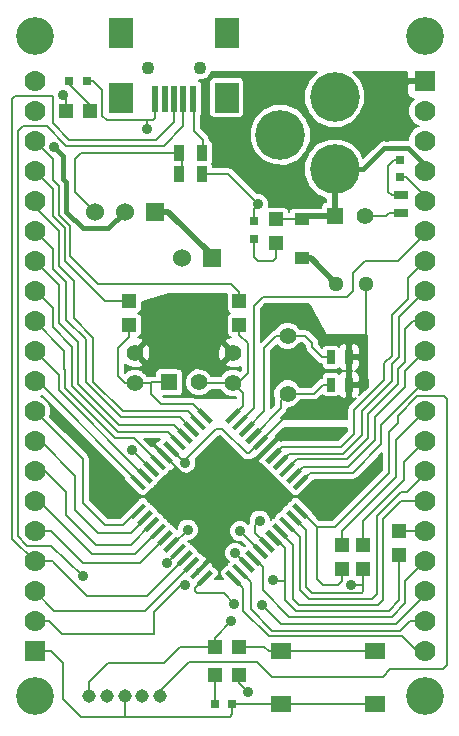
<source format=gtl>
G04 (created by PCBNEW (2013-07-07 BZR 4022)-stable) date 12/3/2013 2:23:43 AM*
%MOIN*%
G04 Gerber Fmt 3.4, Leading zero omitted, Abs format*
%FSLAX34Y34*%
G01*
G70*
G90*
G04 APERTURE LIST*
%ADD10C,0.00590551*%
%ADD11R,0.0787X0.0984*%
%ADD12C,0.0433*%
%ADD13R,0.0197X0.0906*%
%ADD14R,0.045X0.045*%
%ADD15R,0.06X0.06*%
%ADD16C,0.06*%
%ADD17R,0.07X0.07*%
%ADD18C,0.07*%
%ADD19R,0.055X0.055*%
%ADD20C,0.055*%
%ADD21C,0.1654*%
%ADD22R,0.0314X0.0314*%
%ADD23C,0.0512*%
%ADD24R,0.0669X0.0551*%
%ADD25C,0.045*%
%ADD26C,0.126*%
%ADD27R,0.05X0.04*%
%ADD28R,0.035X0.055*%
%ADD29R,0.025X0.045*%
%ADD30C,0.056*%
%ADD31R,0.045X0.025*%
%ADD32C,0.035*%
%ADD33C,0.008*%
%ADD34C,0.02*%
%ADD35C,0.015*%
G04 APERTURE END LIST*
G54D10*
G54D11*
X13894Y-10386D03*
X17398Y-10386D03*
X17398Y-12551D03*
X13894Y-12551D03*
G54D12*
X16512Y-11567D03*
X14780Y-11567D03*
G54D13*
X16276Y-12591D03*
X15961Y-12591D03*
X15646Y-12591D03*
X15331Y-12591D03*
X15016Y-12591D03*
G54D10*
G36*
X15714Y-24527D02*
X15290Y-24103D01*
X15403Y-23990D01*
X15827Y-24414D01*
X15714Y-24527D01*
X15714Y-24527D01*
G37*
G36*
X15491Y-24750D02*
X15067Y-24326D01*
X15180Y-24213D01*
X15604Y-24637D01*
X15491Y-24750D01*
X15491Y-24750D01*
G37*
G36*
X15269Y-24973D02*
X14844Y-24548D01*
X14957Y-24435D01*
X15382Y-24860D01*
X15269Y-24973D01*
X15269Y-24973D01*
G37*
G36*
X15046Y-25195D02*
X14622Y-24771D01*
X14735Y-24658D01*
X15159Y-25082D01*
X15046Y-25195D01*
X15046Y-25195D01*
G37*
G36*
X14823Y-25418D02*
X14399Y-24994D01*
X14512Y-24881D01*
X14936Y-25305D01*
X14823Y-25418D01*
X14823Y-25418D01*
G37*
G36*
X14600Y-25641D02*
X14176Y-25217D01*
X14289Y-25104D01*
X14714Y-25528D01*
X14600Y-25641D01*
X14600Y-25641D01*
G37*
G36*
X15937Y-24304D02*
X15513Y-23880D01*
X15626Y-23767D01*
X16050Y-24191D01*
X15937Y-24304D01*
X15937Y-24304D01*
G37*
G36*
X16160Y-24082D02*
X15735Y-23657D01*
X15848Y-23544D01*
X16273Y-23969D01*
X16160Y-24082D01*
X16160Y-24082D01*
G37*
G36*
X16382Y-23859D02*
X15958Y-23435D01*
X16071Y-23322D01*
X16495Y-23746D01*
X16382Y-23859D01*
X16382Y-23859D01*
G37*
G36*
X16605Y-23636D02*
X16181Y-23212D01*
X16294Y-23099D01*
X16718Y-23523D01*
X16605Y-23636D01*
X16605Y-23636D01*
G37*
G36*
X16828Y-23414D02*
X16404Y-22989D01*
X16517Y-22876D01*
X16941Y-23300D01*
X16828Y-23414D01*
X16828Y-23414D01*
G37*
G36*
X18896Y-27709D02*
X18472Y-27285D01*
X18585Y-27172D01*
X19009Y-27596D01*
X18896Y-27709D01*
X18896Y-27709D01*
G37*
G36*
X18673Y-27932D02*
X18249Y-27508D01*
X18362Y-27395D01*
X18786Y-27819D01*
X18673Y-27932D01*
X18673Y-27932D01*
G37*
G36*
X18451Y-28155D02*
X18026Y-27730D01*
X18139Y-27617D01*
X18564Y-28042D01*
X18451Y-28155D01*
X18451Y-28155D01*
G37*
G36*
X18228Y-28377D02*
X17804Y-27953D01*
X17917Y-27840D01*
X18341Y-28264D01*
X18228Y-28377D01*
X18228Y-28377D01*
G37*
G36*
X18005Y-28600D02*
X17581Y-28176D01*
X17694Y-28063D01*
X18118Y-28487D01*
X18005Y-28600D01*
X18005Y-28600D01*
G37*
G36*
X17782Y-28823D02*
X17358Y-28399D01*
X17471Y-28285D01*
X17895Y-28710D01*
X17782Y-28823D01*
X17782Y-28823D01*
G37*
G36*
X19119Y-27486D02*
X18695Y-27062D01*
X18808Y-26949D01*
X19232Y-27373D01*
X19119Y-27486D01*
X19119Y-27486D01*
G37*
G36*
X19342Y-27264D02*
X18917Y-26839D01*
X19030Y-26726D01*
X19455Y-27151D01*
X19342Y-27264D01*
X19342Y-27264D01*
G37*
G36*
X19564Y-27041D02*
X19140Y-26617D01*
X19253Y-26504D01*
X19677Y-26928D01*
X19564Y-27041D01*
X19564Y-27041D01*
G37*
G36*
X19787Y-26818D02*
X19363Y-26394D01*
X19476Y-26281D01*
X19900Y-26705D01*
X19787Y-26818D01*
X19787Y-26818D01*
G37*
G36*
X20010Y-26595D02*
X19585Y-26171D01*
X19699Y-26058D01*
X20123Y-26482D01*
X20010Y-26595D01*
X20010Y-26595D01*
G37*
G36*
X15403Y-27709D02*
X15290Y-27596D01*
X15714Y-27172D01*
X15827Y-27285D01*
X15403Y-27709D01*
X15403Y-27709D01*
G37*
G36*
X18585Y-24527D02*
X18472Y-24414D01*
X18896Y-23990D01*
X19009Y-24103D01*
X18585Y-24527D01*
X18585Y-24527D01*
G37*
G36*
X15626Y-27932D02*
X15513Y-27819D01*
X15937Y-27395D01*
X16050Y-27508D01*
X15626Y-27932D01*
X15626Y-27932D01*
G37*
G36*
X18808Y-24750D02*
X18695Y-24637D01*
X19119Y-24213D01*
X19232Y-24326D01*
X18808Y-24750D01*
X18808Y-24750D01*
G37*
G36*
X19030Y-24973D02*
X18917Y-24860D01*
X19342Y-24435D01*
X19455Y-24548D01*
X19030Y-24973D01*
X19030Y-24973D01*
G37*
G36*
X15848Y-28155D02*
X15735Y-28042D01*
X16160Y-27617D01*
X16273Y-27730D01*
X15848Y-28155D01*
X15848Y-28155D01*
G37*
G36*
X16071Y-28377D02*
X15958Y-28264D01*
X16382Y-27840D01*
X16495Y-27953D01*
X16071Y-28377D01*
X16071Y-28377D01*
G37*
G36*
X19253Y-25195D02*
X19140Y-25082D01*
X19564Y-24658D01*
X19677Y-24771D01*
X19253Y-25195D01*
X19253Y-25195D01*
G37*
G36*
X19476Y-25418D02*
X19363Y-25305D01*
X19787Y-24881D01*
X19900Y-24994D01*
X19476Y-25418D01*
X19476Y-25418D01*
G37*
G36*
X16294Y-28600D02*
X16181Y-28487D01*
X16605Y-28063D01*
X16718Y-28176D01*
X16294Y-28600D01*
X16294Y-28600D01*
G37*
G36*
X16517Y-28823D02*
X16404Y-28710D01*
X16828Y-28285D01*
X16941Y-28399D01*
X16517Y-28823D01*
X16517Y-28823D01*
G37*
G36*
X19699Y-25641D02*
X19585Y-25528D01*
X20010Y-25104D01*
X20123Y-25217D01*
X19699Y-25641D01*
X19699Y-25641D01*
G37*
G36*
X18362Y-24304D02*
X18249Y-24191D01*
X18673Y-23767D01*
X18786Y-23880D01*
X18362Y-24304D01*
X18362Y-24304D01*
G37*
G36*
X15180Y-27486D02*
X15067Y-27373D01*
X15491Y-26949D01*
X15604Y-27062D01*
X15180Y-27486D01*
X15180Y-27486D01*
G37*
G36*
X14957Y-27264D02*
X14844Y-27151D01*
X15269Y-26726D01*
X15382Y-26839D01*
X14957Y-27264D01*
X14957Y-27264D01*
G37*
G36*
X18139Y-24082D02*
X18026Y-23969D01*
X18451Y-23544D01*
X18564Y-23657D01*
X18139Y-24082D01*
X18139Y-24082D01*
G37*
G36*
X17917Y-23859D02*
X17804Y-23746D01*
X18228Y-23322D01*
X18341Y-23435D01*
X17917Y-23859D01*
X17917Y-23859D01*
G37*
G36*
X14735Y-27041D02*
X14622Y-26928D01*
X15046Y-26504D01*
X15159Y-26617D01*
X14735Y-27041D01*
X14735Y-27041D01*
G37*
G36*
X14512Y-26818D02*
X14399Y-26705D01*
X14823Y-26281D01*
X14936Y-26394D01*
X14512Y-26818D01*
X14512Y-26818D01*
G37*
G36*
X17694Y-23636D02*
X17581Y-23523D01*
X18005Y-23099D01*
X18118Y-23212D01*
X17694Y-23636D01*
X17694Y-23636D01*
G37*
G36*
X17471Y-23414D02*
X17358Y-23300D01*
X17782Y-22876D01*
X17895Y-22989D01*
X17471Y-23414D01*
X17471Y-23414D01*
G37*
G36*
X14289Y-26595D02*
X14176Y-26482D01*
X14600Y-26058D01*
X14714Y-26171D01*
X14289Y-26595D01*
X14289Y-26595D01*
G37*
G54D14*
X23150Y-27800D03*
X23150Y-27000D03*
X21950Y-28250D03*
X21950Y-27450D03*
X21250Y-28250D03*
X21250Y-27450D03*
X14150Y-20130D03*
X14150Y-19330D03*
X17820Y-20130D03*
X17820Y-19330D03*
X17800Y-31800D03*
X17000Y-31800D03*
X17000Y-30850D03*
X17800Y-30850D03*
X12050Y-13000D03*
X12850Y-13000D03*
G54D15*
X15000Y-16350D03*
G54D16*
X14000Y-16350D03*
X13000Y-16350D03*
G54D17*
X11000Y-31000D03*
G54D18*
X11000Y-30000D03*
X11000Y-29000D03*
X11000Y-28000D03*
X11000Y-27000D03*
X11000Y-26000D03*
X11000Y-25000D03*
X11000Y-24000D03*
X11000Y-23000D03*
X11000Y-22000D03*
X11000Y-21000D03*
X11000Y-20000D03*
X11000Y-19000D03*
X11000Y-18000D03*
X11000Y-17000D03*
X11000Y-16000D03*
X11000Y-15000D03*
X11000Y-14000D03*
X11000Y-13000D03*
X11000Y-12000D03*
G54D17*
X24000Y-12000D03*
G54D18*
X24000Y-13000D03*
X24000Y-14000D03*
X24000Y-15000D03*
X24000Y-16000D03*
X24000Y-17000D03*
X24000Y-18000D03*
X24000Y-19000D03*
X24000Y-20000D03*
X24000Y-21000D03*
X24000Y-22000D03*
X24000Y-23000D03*
X24000Y-24000D03*
X24000Y-25000D03*
X24000Y-26000D03*
X24000Y-27000D03*
X24000Y-28000D03*
X24000Y-29000D03*
X24000Y-30000D03*
X24000Y-31000D03*
G54D19*
X15480Y-22040D03*
G54D20*
X16480Y-22040D03*
G54D15*
X16900Y-17900D03*
G54D16*
X15900Y-17900D03*
G54D19*
X21000Y-16500D03*
G54D20*
X22000Y-16500D03*
G54D21*
X21000Y-14933D03*
X19189Y-13791D03*
X21000Y-12531D03*
G54D22*
X12155Y-12000D03*
X12745Y-12000D03*
X23190Y-15205D03*
X23190Y-14615D03*
G54D23*
X21058Y-18750D03*
X22042Y-18750D03*
G54D20*
X14340Y-22050D03*
X14340Y-21050D03*
X17620Y-22050D03*
X17620Y-21050D03*
G54D24*
X19200Y-31000D03*
X22330Y-31000D03*
X19200Y-32772D03*
X22330Y-32772D03*
G54D25*
X12819Y-32500D03*
X13409Y-32500D03*
X14000Y-32500D03*
X14591Y-32500D03*
X15181Y-32500D03*
G54D26*
X11000Y-32500D03*
X24000Y-32500D03*
X24000Y-10500D03*
X11000Y-10500D03*
G54D27*
X19900Y-16605D03*
X19900Y-17895D03*
G54D14*
X19050Y-16600D03*
X19050Y-17400D03*
G54D22*
X18300Y-16655D03*
X18300Y-17245D03*
G54D28*
X15825Y-15100D03*
X16575Y-15100D03*
X15825Y-14400D03*
X16575Y-14400D03*
G54D29*
X20880Y-22120D03*
X21480Y-22120D03*
X20880Y-21200D03*
X21480Y-21200D03*
G54D30*
X19430Y-20489D03*
X19430Y-22411D03*
G54D31*
X23200Y-16400D03*
X23200Y-15800D03*
G54D22*
X17005Y-32760D03*
X17595Y-32760D03*
G54D32*
X18100Y-32350D03*
X22750Y-13870D03*
X17150Y-27650D03*
X17850Y-25150D03*
X21550Y-28800D03*
X17550Y-30000D03*
X18930Y-28640D03*
X11950Y-12450D03*
X11650Y-14200D03*
X18580Y-29460D03*
X17630Y-29420D03*
X17680Y-27720D03*
X16000Y-28800D03*
X12600Y-28500D03*
X14230Y-24280D03*
X14750Y-13600D03*
X18450Y-16100D03*
X16100Y-26950D03*
X19670Y-21670D03*
X16020Y-24710D03*
X17850Y-27000D03*
X18500Y-26650D03*
X15400Y-28050D03*
G54D33*
X17800Y-32050D02*
X17800Y-31800D01*
X18100Y-32350D02*
X17800Y-32050D01*
X22750Y-12650D02*
X23400Y-12000D01*
X17150Y-27650D02*
X17141Y-27641D01*
X17850Y-25150D02*
X17250Y-25750D01*
X17200Y-25800D02*
X16654Y-25800D01*
X23400Y-12000D02*
X24000Y-12000D01*
X17250Y-27532D02*
X17141Y-27641D01*
X17850Y-25150D02*
X18741Y-24259D01*
X16654Y-25800D02*
X15336Y-24482D01*
X22750Y-13870D02*
X22750Y-12650D01*
X17250Y-25750D02*
X17200Y-25800D01*
X17141Y-27641D02*
X16450Y-28332D01*
X17250Y-25750D02*
X17250Y-27532D01*
G54D34*
X15450Y-16350D02*
X15000Y-16350D01*
X16900Y-17800D02*
X15450Y-16350D01*
X16900Y-17900D02*
X16900Y-17800D01*
G54D33*
X22850Y-31600D02*
X24600Y-31600D01*
X20600Y-28800D02*
X21100Y-28800D01*
X16150Y-31350D02*
X18400Y-31350D01*
X23104Y-23396D02*
X22800Y-23700D01*
X23104Y-23154D02*
X23100Y-23158D01*
X22800Y-23700D02*
X22800Y-25050D01*
X20400Y-26850D02*
X20400Y-28600D01*
X21100Y-28800D02*
X21250Y-28650D01*
X24650Y-22500D02*
X23758Y-22500D01*
X23104Y-23154D02*
X23104Y-23396D01*
X20400Y-28600D02*
X20600Y-28800D01*
X24750Y-31450D02*
X24750Y-22600D01*
X19855Y-26327D02*
X19877Y-26327D01*
X15181Y-32500D02*
X15181Y-32319D01*
X22800Y-25050D02*
X21000Y-26850D01*
X21250Y-28650D02*
X21250Y-28250D01*
X15181Y-32319D02*
X16150Y-31350D01*
X22600Y-31850D02*
X22850Y-31600D01*
X18400Y-31350D02*
X18400Y-31350D01*
X19877Y-26327D02*
X20400Y-26850D01*
X21000Y-26850D02*
X20400Y-26850D01*
X24750Y-22600D02*
X24650Y-22500D01*
X18400Y-31350D02*
X18900Y-31850D01*
X23758Y-22500D02*
X23104Y-23154D01*
X18900Y-31850D02*
X22600Y-31850D01*
X18400Y-31350D02*
X18400Y-31350D01*
X24600Y-31600D02*
X24750Y-31450D01*
X20050Y-28850D02*
X20250Y-29050D01*
X20050Y-26950D02*
X20050Y-28850D01*
X21950Y-29000D02*
X21950Y-28800D01*
X21900Y-29050D02*
X21950Y-29000D01*
X19632Y-26550D02*
X19650Y-26550D01*
X20250Y-29050D02*
X21900Y-29050D01*
X19650Y-26550D02*
X20050Y-26950D01*
X21950Y-28800D02*
X21950Y-28250D01*
X21950Y-28800D02*
X21550Y-28800D01*
X19018Y-27218D02*
X19350Y-27550D01*
X12819Y-32500D02*
X12819Y-32031D01*
X15850Y-30850D02*
X17000Y-30850D01*
X19350Y-27950D02*
X19350Y-28650D01*
X19700Y-29650D02*
X22800Y-29650D01*
X15300Y-31400D02*
X15850Y-30850D01*
X19350Y-28650D02*
X19100Y-28650D01*
X18964Y-27218D02*
X19018Y-27218D01*
X22800Y-29650D02*
X23150Y-29300D01*
X12819Y-32031D02*
X13450Y-31400D01*
X18940Y-28650D02*
X18930Y-28640D01*
X19350Y-27950D02*
X19350Y-27950D01*
X17000Y-30550D02*
X17550Y-30000D01*
X19350Y-28650D02*
X19350Y-29300D01*
X13450Y-31400D02*
X15300Y-31400D01*
X23150Y-29300D02*
X23150Y-27800D01*
X19350Y-29300D02*
X19700Y-29650D01*
X19350Y-27550D02*
X19350Y-27950D01*
X17000Y-30550D02*
X17000Y-30850D01*
X19100Y-28650D02*
X18940Y-28650D01*
X18296Y-23814D02*
X19210Y-22900D01*
X19210Y-22631D02*
X19430Y-22411D01*
X19210Y-22900D02*
X19210Y-22631D01*
X20880Y-22120D02*
X20600Y-22120D01*
X20309Y-22411D02*
X19430Y-22411D01*
X20600Y-22120D02*
X20309Y-22411D01*
X20250Y-20720D02*
X20019Y-20489D01*
X20250Y-20870D02*
X20250Y-20720D01*
X19061Y-20489D02*
X19430Y-20489D01*
X20880Y-21200D02*
X20580Y-21200D01*
X18073Y-23587D02*
X18660Y-23000D01*
X20580Y-21200D02*
X20250Y-20870D01*
X18660Y-23000D02*
X18660Y-20890D01*
X20019Y-20489D02*
X19430Y-20489D01*
X18073Y-23591D02*
X18073Y-23587D01*
X18660Y-20890D02*
X19061Y-20489D01*
G54D34*
X19900Y-17895D02*
X20203Y-17895D01*
X20203Y-17895D02*
X21058Y-18750D01*
G54D35*
X11950Y-14500D02*
X11950Y-15250D01*
G54D33*
X12050Y-13000D02*
X12050Y-12550D01*
G54D35*
X12600Y-16900D02*
X13450Y-16900D01*
X11650Y-14200D02*
X11950Y-14500D01*
X11950Y-15250D02*
X12050Y-15350D01*
X13450Y-16900D02*
X14000Y-16350D01*
G54D33*
X12050Y-12550D02*
X11950Y-12450D01*
G54D35*
X12050Y-16350D02*
X12600Y-16900D01*
X12050Y-15350D02*
X12050Y-16350D01*
G54D33*
X19600Y-29250D02*
X19818Y-29468D01*
X19186Y-26996D02*
X19186Y-27036D01*
X22432Y-29468D02*
X22600Y-29300D01*
X22600Y-26600D02*
X23200Y-26000D01*
X22600Y-29300D02*
X22600Y-26600D01*
X19600Y-27450D02*
X19600Y-29250D01*
X19186Y-27036D02*
X19600Y-27450D01*
X19818Y-29468D02*
X22432Y-29468D01*
X23200Y-26000D02*
X24000Y-26000D01*
X22250Y-29250D02*
X22400Y-29100D01*
X20150Y-29250D02*
X22250Y-29250D01*
X22400Y-29100D02*
X22400Y-26500D01*
X22400Y-26500D02*
X23200Y-25700D01*
X23400Y-25700D02*
X24000Y-25100D01*
X19850Y-28950D02*
X20150Y-29250D01*
X19409Y-26773D02*
X19423Y-26773D01*
X19850Y-27200D02*
X19850Y-28950D01*
X23200Y-25700D02*
X23400Y-25700D01*
X19423Y-26773D02*
X19850Y-27200D01*
X24000Y-25100D02*
X24000Y-25000D01*
X17950Y-29650D02*
X18800Y-30500D01*
X23750Y-31000D02*
X24000Y-31000D01*
X23250Y-30500D02*
X23750Y-31000D01*
X17627Y-28577D02*
X17950Y-28900D01*
X18800Y-30500D02*
X23250Y-30500D01*
X17950Y-28900D02*
X17950Y-29650D01*
X17627Y-28555D02*
X17627Y-28577D01*
X18918Y-30318D02*
X23182Y-30318D01*
X18200Y-28700D02*
X18200Y-29600D01*
X17850Y-28350D02*
X18200Y-28700D01*
X23500Y-30000D02*
X24000Y-30000D01*
X18200Y-29600D02*
X18918Y-30318D01*
X23182Y-30318D02*
X23500Y-30000D01*
X17850Y-28332D02*
X17850Y-28350D01*
X17850Y-23350D02*
X18300Y-22900D01*
X23100Y-18000D02*
X24000Y-17100D01*
X17850Y-23368D02*
X17850Y-23350D01*
X18300Y-19500D02*
X18600Y-19200D01*
X21600Y-18400D02*
X22000Y-18000D01*
X18600Y-19200D02*
X21400Y-19200D01*
X21400Y-19200D02*
X21600Y-19000D01*
X22000Y-18000D02*
X23100Y-18000D01*
X21600Y-19000D02*
X21600Y-18400D01*
X18300Y-22900D02*
X18300Y-19500D01*
X24000Y-17100D02*
X24000Y-17000D01*
X11800Y-17000D02*
X11000Y-16200D01*
X12950Y-22010D02*
X12950Y-20550D01*
X16450Y-23350D02*
X16100Y-23000D01*
X11800Y-18150D02*
X11800Y-17000D01*
X12300Y-18650D02*
X11800Y-18150D01*
X12300Y-19900D02*
X12300Y-18650D01*
X12950Y-20550D02*
X12300Y-19900D01*
X16100Y-23000D02*
X13940Y-23000D01*
X16450Y-23368D02*
X16450Y-23350D01*
X13940Y-23000D02*
X12950Y-22010D01*
X11000Y-16200D02*
X11000Y-16000D01*
X17640Y-29420D02*
X17630Y-29420D01*
X24000Y-29000D02*
X24000Y-29130D01*
X16400Y-29070D02*
X16620Y-29070D01*
X16620Y-29070D02*
X16620Y-29070D01*
X17640Y-29410D02*
X17640Y-29420D01*
X16330Y-29000D02*
X16400Y-29070D01*
X23050Y-30080D02*
X19200Y-30080D01*
X16620Y-29070D02*
X17300Y-29070D01*
X17300Y-29070D02*
X17640Y-29410D01*
X24000Y-29130D02*
X23050Y-30080D01*
X19200Y-30080D02*
X18580Y-29460D01*
X16330Y-29000D02*
X16330Y-28898D01*
X16673Y-28555D02*
X16330Y-28898D01*
X18069Y-28109D02*
X17680Y-27720D01*
X18069Y-28109D02*
X18073Y-28109D01*
X14980Y-30420D02*
X14980Y-29690D01*
X14980Y-30420D02*
X11900Y-30420D01*
X14990Y-30420D02*
X14980Y-30420D01*
X11900Y-30420D02*
X11480Y-30000D01*
X11480Y-30000D02*
X11000Y-30000D01*
X14980Y-29690D02*
X15870Y-28800D01*
X15870Y-28800D02*
X16000Y-28800D01*
X19490Y-29850D02*
X22900Y-29850D01*
X18600Y-28200D02*
X18600Y-28960D01*
X22900Y-29850D02*
X23350Y-29400D01*
X23350Y-29400D02*
X23350Y-28650D01*
X18600Y-28960D02*
X19490Y-29850D01*
X23350Y-28650D02*
X24000Y-28000D01*
X18296Y-27896D02*
X18600Y-28200D01*
X18296Y-27886D02*
X18296Y-27896D01*
X22550Y-23450D02*
X24000Y-22000D01*
X19877Y-25373D02*
X20150Y-25100D01*
X22550Y-24100D02*
X22550Y-23450D01*
X19855Y-25373D02*
X19877Y-25373D01*
X20200Y-25050D02*
X21600Y-25050D01*
X20200Y-25050D02*
X20150Y-25100D01*
X21600Y-25050D02*
X22550Y-24100D01*
X20150Y-25100D02*
X20200Y-25050D01*
X19650Y-25150D02*
X19950Y-24850D01*
X19950Y-24850D02*
X21450Y-24850D01*
X22350Y-23950D02*
X22350Y-23200D01*
X23350Y-21650D02*
X24000Y-21000D01*
X23350Y-22200D02*
X23350Y-21650D01*
X22350Y-23200D02*
X23350Y-22200D01*
X19632Y-25150D02*
X19650Y-25150D01*
X21450Y-24850D02*
X22350Y-23950D01*
X15114Y-24704D02*
X15104Y-24704D01*
X11990Y-20990D02*
X11000Y-20000D01*
X15114Y-24704D02*
X15104Y-24704D01*
X15104Y-24704D02*
X14300Y-23900D01*
X11990Y-21590D02*
X11990Y-20990D01*
X12000Y-22220D02*
X12000Y-21600D01*
X12000Y-21600D02*
X11990Y-21590D01*
X13680Y-23900D02*
X12000Y-22220D01*
X14300Y-23900D02*
X13680Y-23900D01*
X11800Y-21800D02*
X11000Y-21000D01*
X14650Y-25150D02*
X11800Y-22300D01*
X11800Y-22300D02*
X11800Y-21800D01*
X14668Y-25150D02*
X14650Y-25150D01*
X11100Y-22000D02*
X11000Y-22000D01*
X14445Y-25345D02*
X11100Y-22000D01*
X14445Y-25373D02*
X14445Y-25345D01*
X12600Y-24600D02*
X11000Y-23000D01*
X13350Y-26800D02*
X12600Y-26050D01*
X12600Y-26050D02*
X12600Y-24600D01*
X14423Y-26327D02*
X13950Y-26800D01*
X14445Y-26327D02*
X14423Y-26327D01*
X13950Y-26800D02*
X13350Y-26800D01*
X23350Y-20250D02*
X23600Y-20000D01*
X22100Y-23900D02*
X22100Y-23100D01*
X19423Y-24927D02*
X19750Y-24600D01*
X19423Y-24927D02*
X19409Y-24927D01*
X23100Y-22100D02*
X23100Y-21600D01*
X21400Y-24600D02*
X22100Y-23900D01*
X21400Y-24600D02*
X19750Y-24600D01*
X22100Y-23100D02*
X23100Y-22100D01*
X24000Y-20000D02*
X23600Y-20000D01*
X23350Y-21350D02*
X23350Y-20250D01*
X23100Y-21600D02*
X23350Y-21350D01*
X19482Y-24418D02*
X21282Y-24418D01*
X21900Y-23000D02*
X22918Y-21982D01*
X22918Y-21982D02*
X22918Y-21432D01*
X19196Y-24704D02*
X19482Y-24418D01*
X21900Y-23800D02*
X21900Y-23000D01*
X23150Y-21200D02*
X23150Y-19850D01*
X21282Y-24418D02*
X21900Y-23800D01*
X19186Y-24704D02*
X19196Y-24704D01*
X22918Y-21432D02*
X23150Y-21200D01*
X23150Y-19850D02*
X24000Y-19000D01*
X21650Y-22950D02*
X22650Y-21950D01*
X18964Y-24482D02*
X18968Y-24482D01*
X23450Y-18550D02*
X24000Y-18000D01*
X19250Y-24200D02*
X21200Y-24200D01*
X22650Y-21950D02*
X22650Y-21400D01*
X22900Y-21150D02*
X22900Y-19800D01*
X18968Y-24482D02*
X19250Y-24200D01*
X21200Y-24200D02*
X21650Y-23750D01*
X22650Y-21400D02*
X22900Y-21150D01*
X21650Y-23750D02*
X21650Y-22950D01*
X22900Y-19800D02*
X23450Y-19250D01*
X23450Y-19250D02*
X23450Y-18550D01*
X16227Y-23577D02*
X15850Y-23200D01*
X12700Y-22030D02*
X12700Y-20600D01*
X11600Y-18250D02*
X11600Y-17600D01*
X15850Y-23200D02*
X13870Y-23200D01*
X13870Y-23200D02*
X12700Y-22030D01*
X16227Y-23591D02*
X16227Y-23577D01*
X12050Y-18700D02*
X11600Y-18250D01*
X12050Y-19950D02*
X12050Y-18700D01*
X11600Y-17600D02*
X11000Y-17000D01*
X12700Y-20600D02*
X12050Y-19950D01*
X11800Y-20050D02*
X11800Y-18800D01*
X12450Y-20700D02*
X11800Y-20050D01*
X16004Y-23814D02*
X16004Y-23804D01*
X12450Y-22090D02*
X12450Y-20700D01*
X13810Y-23450D02*
X12450Y-22090D01*
X15650Y-23450D02*
X13810Y-23450D01*
X11800Y-18800D02*
X11000Y-18000D01*
X16004Y-23804D02*
X15650Y-23450D01*
X11600Y-19550D02*
X11300Y-19250D01*
X11000Y-19000D02*
X11050Y-19000D01*
X11050Y-19000D02*
X11300Y-19250D01*
X13790Y-23700D02*
X12250Y-22160D01*
X12250Y-20850D02*
X11600Y-20200D01*
X15450Y-23700D02*
X13790Y-23700D01*
X15782Y-24032D02*
X15450Y-23700D01*
X12250Y-22160D02*
X12250Y-20850D01*
X15782Y-24032D02*
X15782Y-24036D01*
X11600Y-20200D02*
X11600Y-19550D01*
X14200Y-27050D02*
X13100Y-27050D01*
X11200Y-24000D02*
X11000Y-24000D01*
X13100Y-27050D02*
X12350Y-26300D01*
X12350Y-26300D02*
X12350Y-25150D01*
X12350Y-25150D02*
X11200Y-24000D01*
X14668Y-26550D02*
X14668Y-26582D01*
X14668Y-26582D02*
X14200Y-27050D01*
X11350Y-25000D02*
X12050Y-25700D01*
X14214Y-27450D02*
X14891Y-26773D01*
X12050Y-26450D02*
X13050Y-27450D01*
X11000Y-25000D02*
X11350Y-25000D01*
X13050Y-27450D02*
X14214Y-27450D01*
X12050Y-25700D02*
X12050Y-26450D01*
X15104Y-26996D02*
X14350Y-27750D01*
X11150Y-26000D02*
X11000Y-26000D01*
X12900Y-27750D02*
X11150Y-26000D01*
X15114Y-26996D02*
X15104Y-26996D01*
X14350Y-27750D02*
X12900Y-27750D01*
X12600Y-28050D02*
X14504Y-28050D01*
X11550Y-27000D02*
X12600Y-28050D01*
X11000Y-27000D02*
X11550Y-27000D01*
X14504Y-28050D02*
X15336Y-27218D01*
G54D35*
X24000Y-14800D02*
X24000Y-15000D01*
X22650Y-14230D02*
X23430Y-14230D01*
X21947Y-14933D02*
X22650Y-14230D01*
X23430Y-14230D02*
X24000Y-14800D01*
X21000Y-14933D02*
X21947Y-14933D01*
G54D34*
X21000Y-14933D02*
X21000Y-16500D01*
G54D33*
X19055Y-16605D02*
X19050Y-16600D01*
G54D34*
X21000Y-16500D02*
X20005Y-16500D01*
G54D33*
X19900Y-16605D02*
X19055Y-16605D01*
G54D34*
X20005Y-16500D02*
X19900Y-16605D01*
G54D33*
X17770Y-22050D02*
X18100Y-21720D01*
X16490Y-22050D02*
X16480Y-22040D01*
X17620Y-22050D02*
X17770Y-22050D01*
X18100Y-20740D02*
X17820Y-20460D01*
X17620Y-22050D02*
X16490Y-22050D01*
X17627Y-23145D02*
X17635Y-23145D01*
X18100Y-21720D02*
X18100Y-20740D01*
X17635Y-23145D02*
X17950Y-22830D01*
X17950Y-22380D02*
X17620Y-22050D01*
X17950Y-22830D02*
X17950Y-22380D01*
X17820Y-20460D02*
X17820Y-20130D01*
X13780Y-21810D02*
X13780Y-20880D01*
X15210Y-22760D02*
X14890Y-22440D01*
X15480Y-22040D02*
X14890Y-22040D01*
X14880Y-22050D02*
X14340Y-22050D01*
X13780Y-20880D02*
X14150Y-20510D01*
X16665Y-23145D02*
X16280Y-22760D01*
X16673Y-23145D02*
X16665Y-23145D01*
X14890Y-22040D02*
X14880Y-22050D01*
X14890Y-22060D02*
X14880Y-22050D01*
X16280Y-22760D02*
X15210Y-22760D01*
X14340Y-22050D02*
X14020Y-22050D01*
X14890Y-22440D02*
X14890Y-22060D01*
X14150Y-20510D02*
X14150Y-20130D01*
X14020Y-22050D02*
X13780Y-21810D01*
X10250Y-12600D02*
X10250Y-27250D01*
X15650Y-28250D02*
X14750Y-29150D01*
X10350Y-12500D02*
X10250Y-12600D01*
X11650Y-28050D02*
X11600Y-28000D01*
X11000Y-28000D02*
X10250Y-27250D01*
X14750Y-29150D02*
X12750Y-29150D01*
X15050Y-13950D02*
X12150Y-13950D01*
X15650Y-28250D02*
X15650Y-28250D01*
X16004Y-27896D02*
X15650Y-28250D01*
X11600Y-13400D02*
X11600Y-12500D01*
X10700Y-12500D02*
X10350Y-12500D01*
X12150Y-13950D02*
X11600Y-13400D01*
X11600Y-12500D02*
X10700Y-12500D01*
X15475Y-13525D02*
X15050Y-13950D01*
X12750Y-29150D02*
X11650Y-28050D01*
X15646Y-13354D02*
X15475Y-13525D01*
X15646Y-13354D02*
X15646Y-12591D01*
X16004Y-27886D02*
X16004Y-27896D01*
X11650Y-28050D02*
X11650Y-28050D01*
X11600Y-28000D02*
X11000Y-28000D01*
X11550Y-27500D02*
X12600Y-28500D01*
X15300Y-14150D02*
X12050Y-14150D01*
X10432Y-13668D02*
X10432Y-27174D01*
X16227Y-28123D02*
X15950Y-28400D01*
X11650Y-29650D02*
X11000Y-29000D01*
X16227Y-28109D02*
X16227Y-28123D01*
X15961Y-12591D02*
X15961Y-13489D01*
X10600Y-13500D02*
X10432Y-13668D01*
X10758Y-27500D02*
X11550Y-27500D01*
X15961Y-13489D02*
X15300Y-14150D01*
X14680Y-29660D02*
X11660Y-29660D01*
X15950Y-28390D02*
X14680Y-29660D01*
X11400Y-13500D02*
X10600Y-13500D01*
X15950Y-28400D02*
X15950Y-28390D01*
X12050Y-14150D02*
X11400Y-13500D01*
X11660Y-29660D02*
X11650Y-29650D01*
X10432Y-27174D02*
X10758Y-27500D01*
X15900Y-14400D02*
X15600Y-14400D01*
X12350Y-15700D02*
X13000Y-16350D01*
X14891Y-24927D02*
X14877Y-24927D01*
X12550Y-14400D02*
X12350Y-14600D01*
X15900Y-15100D02*
X15900Y-14400D01*
X14877Y-24927D02*
X14230Y-24280D01*
X15600Y-14400D02*
X15150Y-14400D01*
X12350Y-14600D02*
X12350Y-15700D01*
X15150Y-14400D02*
X12550Y-14400D01*
X22300Y-16500D02*
X22700Y-16500D01*
X22000Y-16500D02*
X22300Y-16500D01*
X22800Y-16400D02*
X23200Y-16400D01*
X22700Y-16500D02*
X22800Y-16400D01*
X16060Y-24580D02*
X15880Y-24580D01*
X18157Y-24397D02*
X18077Y-24397D01*
X18077Y-24397D02*
X17260Y-23580D01*
X18157Y-24397D02*
X18518Y-24036D01*
X22042Y-18750D02*
X22042Y-21058D01*
X17607Y-32772D02*
X17595Y-32760D01*
X17260Y-23580D02*
X17060Y-23580D01*
X17060Y-23580D02*
X16060Y-24580D01*
X18300Y-16250D02*
X18450Y-16100D01*
X15880Y-24580D02*
X15559Y-24259D01*
X17500Y-33200D02*
X17595Y-33105D01*
X17500Y-33200D02*
X14300Y-33200D01*
X19200Y-32772D02*
X17607Y-32772D01*
X14000Y-32500D02*
X14000Y-32950D01*
X11950Y-32250D02*
X11950Y-32250D01*
X14750Y-13300D02*
X14750Y-13600D01*
X18518Y-24036D02*
X18518Y-24032D01*
X22042Y-21058D02*
X21900Y-21200D01*
X19680Y-21660D02*
X19670Y-21670D01*
X11950Y-31400D02*
X11550Y-31000D01*
X21000Y-23100D02*
X21480Y-22620D01*
X14950Y-13300D02*
X15016Y-13234D01*
X15609Y-27441D02*
X15559Y-27441D01*
X13400Y-13300D02*
X14750Y-13300D01*
X14000Y-32950D02*
X14000Y-33150D01*
X21480Y-21660D02*
X21480Y-21200D01*
X19450Y-23100D02*
X21000Y-23100D01*
X18514Y-27664D02*
X18518Y-27664D01*
X12745Y-12000D02*
X12950Y-12000D01*
X17595Y-32760D02*
X17595Y-33105D01*
X13250Y-13150D02*
X13400Y-13300D01*
X17850Y-27000D02*
X18514Y-27664D01*
X14750Y-13300D02*
X14950Y-13300D01*
X18518Y-24032D02*
X19450Y-23100D01*
X16500Y-15100D02*
X17450Y-15100D01*
X13250Y-12300D02*
X13250Y-13150D01*
X15016Y-13234D02*
X15016Y-12591D01*
X15880Y-24580D02*
X15890Y-24580D01*
X15890Y-24580D02*
X16020Y-24710D01*
X11950Y-32250D02*
X11950Y-31400D01*
X21480Y-21660D02*
X19680Y-21660D01*
X21480Y-22120D02*
X21480Y-21660D01*
X12950Y-12000D02*
X13250Y-12300D01*
X21480Y-22620D02*
X21480Y-22120D01*
X14300Y-33200D02*
X14150Y-33200D01*
X14050Y-33200D02*
X13750Y-33200D01*
X14150Y-33200D02*
X14200Y-33200D01*
X14000Y-33150D02*
X14050Y-33200D01*
X17450Y-15100D02*
X18450Y-16100D01*
X14050Y-33200D02*
X14150Y-33200D01*
X16100Y-26950D02*
X15609Y-27441D01*
X19200Y-32772D02*
X22330Y-32772D01*
X12550Y-33200D02*
X11950Y-32600D01*
X13750Y-33200D02*
X12550Y-33200D01*
X11950Y-32600D02*
X11950Y-32250D01*
X11550Y-31000D02*
X11000Y-31000D01*
X21900Y-21200D02*
X21480Y-21200D01*
X18300Y-16655D02*
X18300Y-16250D01*
X14250Y-33200D02*
X14300Y-33200D01*
X23190Y-15205D02*
X23395Y-15205D01*
X24000Y-15810D02*
X24000Y-16000D01*
X23395Y-15205D02*
X24000Y-15810D01*
X24000Y-27000D02*
X23150Y-27000D01*
X12750Y-18400D02*
X12182Y-17832D01*
X11800Y-15500D02*
X11600Y-15300D01*
X11600Y-15300D02*
X11600Y-14600D01*
X17820Y-19330D02*
X17820Y-19040D01*
X17820Y-19040D02*
X17550Y-18770D01*
X11600Y-14600D02*
X11000Y-14000D01*
X11800Y-16442D02*
X11800Y-15500D01*
X12182Y-16824D02*
X11800Y-16442D01*
X13120Y-18770D02*
X12750Y-18400D01*
X12182Y-17832D02*
X12182Y-16824D01*
X17550Y-18770D02*
X13120Y-18770D01*
X12000Y-18000D02*
X12000Y-16900D01*
X11600Y-15600D02*
X11000Y-15000D01*
X13670Y-19330D02*
X13330Y-19330D01*
X11600Y-16500D02*
X11600Y-15600D01*
X12500Y-18500D02*
X12000Y-18000D01*
X13670Y-19330D02*
X13670Y-19330D01*
X14150Y-19330D02*
X13670Y-19330D01*
X13330Y-19330D02*
X12500Y-18500D01*
X12000Y-16900D02*
X11600Y-16500D01*
X21950Y-26650D02*
X23300Y-25300D01*
X23300Y-25300D02*
X23300Y-24700D01*
X21950Y-27450D02*
X21950Y-26650D01*
X23300Y-24700D02*
X24000Y-24000D01*
X23050Y-25200D02*
X23050Y-23950D01*
X23050Y-23950D02*
X24000Y-23000D01*
X21250Y-27450D02*
X21250Y-27000D01*
X21250Y-27000D02*
X23050Y-25200D01*
X17005Y-32760D02*
X17005Y-31805D01*
X17005Y-31805D02*
X17000Y-31800D01*
X17005Y-31805D02*
X17000Y-31800D01*
X12155Y-12105D02*
X12155Y-12000D01*
X12850Y-12800D02*
X12155Y-12105D01*
X12850Y-13000D02*
X12850Y-12800D01*
X18800Y-31000D02*
X18650Y-30850D01*
X18650Y-30850D02*
X17800Y-30850D01*
X22330Y-31000D02*
X19200Y-31000D01*
X19200Y-31000D02*
X18800Y-31000D01*
X18350Y-26800D02*
X18350Y-27050D01*
X18500Y-26650D02*
X18350Y-26800D01*
X18350Y-27050D02*
X18741Y-27441D01*
X19050Y-17400D02*
X19050Y-17900D01*
X19050Y-17900D02*
X18950Y-18000D01*
X18450Y-18000D02*
X18300Y-17850D01*
X18300Y-17850D02*
X18300Y-17245D01*
X18950Y-18000D02*
X18450Y-18000D01*
X22780Y-15540D02*
X22780Y-15680D01*
X23190Y-14615D02*
X22975Y-14615D01*
X22780Y-14810D02*
X22780Y-15540D01*
X22975Y-14615D02*
X22780Y-14810D01*
X22900Y-15800D02*
X23200Y-15800D01*
X22780Y-15680D02*
X22900Y-15800D01*
X15782Y-27668D02*
X15400Y-28050D01*
X15782Y-27668D02*
X15782Y-27664D01*
X16300Y-12615D02*
X16276Y-12591D01*
X16600Y-13950D02*
X16300Y-13650D01*
X16300Y-13650D02*
X16300Y-12615D01*
X16600Y-14400D02*
X16600Y-13950D01*
G54D10*
G36*
X11090Y-12005D02*
X11005Y-12090D01*
X11000Y-12084D01*
X10994Y-12090D01*
X10909Y-12005D01*
X10915Y-12000D01*
X10909Y-11994D01*
X10994Y-11909D01*
X11000Y-11915D01*
X11005Y-11909D01*
X11090Y-11994D01*
X11084Y-12000D01*
X11090Y-12005D01*
X11090Y-12005D01*
G37*
G54D33*
X11090Y-12005D02*
X11005Y-12090D01*
X11000Y-12084D01*
X10994Y-12090D01*
X10909Y-12005D01*
X10915Y-12000D01*
X10909Y-11994D01*
X10994Y-11909D01*
X11000Y-11915D01*
X11005Y-11909D01*
X11090Y-11994D01*
X11084Y-12000D01*
X11090Y-12005D01*
G54D10*
G36*
X15412Y-24501D02*
X15355Y-24558D01*
X15350Y-24552D01*
X15346Y-24555D01*
X15262Y-24471D01*
X15265Y-24467D01*
X14968Y-24170D01*
X14895Y-24170D01*
X14655Y-23930D01*
X15195Y-23930D01*
X15151Y-23973D01*
X15132Y-23973D01*
X15044Y-24009D01*
X15025Y-24029D01*
X15025Y-24114D01*
X15322Y-24411D01*
X15325Y-24407D01*
X15410Y-24492D01*
X15406Y-24495D01*
X15412Y-24501D01*
X15412Y-24501D01*
G37*
G54D33*
X15412Y-24501D02*
X15355Y-24558D01*
X15350Y-24552D01*
X15346Y-24555D01*
X15262Y-24471D01*
X15265Y-24467D01*
X14968Y-24170D01*
X14895Y-24170D01*
X14655Y-23930D01*
X15195Y-23930D01*
X15151Y-23973D01*
X15132Y-23973D01*
X15044Y-24009D01*
X15025Y-24029D01*
X15025Y-24114D01*
X15322Y-24411D01*
X15325Y-24407D01*
X15410Y-24492D01*
X15406Y-24495D01*
X15412Y-24501D01*
G54D10*
G36*
X22570Y-24954D02*
X22330Y-25194D01*
X20904Y-26620D01*
X20495Y-26620D01*
X20308Y-26433D01*
X20284Y-26375D01*
X20231Y-26321D01*
X19806Y-25897D01*
X19737Y-25868D01*
X19661Y-25868D01*
X19591Y-25897D01*
X19538Y-25950D01*
X19425Y-26063D01*
X19408Y-26103D01*
X19368Y-26120D01*
X19315Y-26173D01*
X19202Y-26286D01*
X19185Y-26326D01*
X19146Y-26342D01*
X19092Y-26396D01*
X18979Y-26509D01*
X18962Y-26549D01*
X18923Y-26565D01*
X18869Y-26619D01*
X18865Y-26623D01*
X18865Y-26577D01*
X18809Y-26443D01*
X18707Y-26340D01*
X18572Y-26285D01*
X18427Y-26284D01*
X18293Y-26340D01*
X18190Y-26442D01*
X18135Y-26577D01*
X18134Y-26722D01*
X18135Y-26723D01*
X18127Y-26761D01*
X18057Y-26690D01*
X17922Y-26635D01*
X17777Y-26634D01*
X17643Y-26690D01*
X17540Y-26792D01*
X17485Y-26927D01*
X17484Y-27072D01*
X17540Y-27206D01*
X17642Y-27309D01*
X17777Y-27364D01*
X17889Y-27365D01*
X18006Y-27482D01*
X17982Y-27506D01*
X17887Y-27410D01*
X17752Y-27355D01*
X17607Y-27354D01*
X17473Y-27410D01*
X17370Y-27512D01*
X17315Y-27647D01*
X17314Y-27792D01*
X17370Y-27926D01*
X17466Y-28022D01*
X17420Y-28068D01*
X17403Y-28108D01*
X17364Y-28124D01*
X17310Y-28178D01*
X17197Y-28291D01*
X17168Y-28361D01*
X17168Y-28436D01*
X17197Y-28506D01*
X17250Y-28560D01*
X17290Y-28600D01*
X17009Y-28600D01*
X17102Y-28506D01*
X17131Y-28437D01*
X17131Y-28361D01*
X17102Y-28291D01*
X17049Y-28238D01*
X16958Y-28147D01*
X16958Y-28128D01*
X16922Y-28040D01*
X16902Y-28020D01*
X16817Y-28020D01*
X16520Y-28317D01*
X16524Y-28321D01*
X16439Y-28406D01*
X16435Y-28402D01*
X16430Y-28408D01*
X16373Y-28351D01*
X16379Y-28346D01*
X16375Y-28342D01*
X16460Y-28257D01*
X16464Y-28261D01*
X16761Y-27964D01*
X16761Y-27879D01*
X16741Y-27859D01*
X16653Y-27823D01*
X16634Y-27823D01*
X16603Y-27792D01*
X16490Y-27679D01*
X16450Y-27662D01*
X16434Y-27623D01*
X16380Y-27569D01*
X16267Y-27456D01*
X16227Y-27440D01*
X16211Y-27400D01*
X16158Y-27347D01*
X16126Y-27315D01*
X16172Y-27315D01*
X16306Y-27259D01*
X16409Y-27157D01*
X16464Y-27022D01*
X16465Y-26877D01*
X16409Y-26743D01*
X16307Y-26640D01*
X16172Y-26585D01*
X16027Y-26584D01*
X15893Y-26640D01*
X15790Y-26742D01*
X15735Y-26877D01*
X15735Y-26924D01*
X15712Y-26901D01*
X15599Y-26788D01*
X15559Y-26772D01*
X15543Y-26732D01*
X15489Y-26678D01*
X15376Y-26565D01*
X15337Y-26549D01*
X15320Y-26509D01*
X15267Y-26456D01*
X15154Y-26343D01*
X15114Y-26326D01*
X15097Y-26286D01*
X15044Y-26233D01*
X14931Y-26120D01*
X14891Y-26103D01*
X14875Y-26064D01*
X14821Y-26010D01*
X14708Y-25897D01*
X14638Y-25868D01*
X14563Y-25868D01*
X14493Y-25897D01*
X14439Y-25950D01*
X14015Y-26375D01*
X13991Y-26433D01*
X13854Y-26570D01*
X13445Y-26570D01*
X12830Y-25954D01*
X12830Y-24600D01*
X12829Y-24599D01*
X12830Y-24599D01*
X12812Y-24511D01*
X12762Y-24437D01*
X12762Y-24437D01*
X11508Y-23183D01*
X11539Y-23107D01*
X11540Y-22893D01*
X11458Y-22694D01*
X11306Y-22542D01*
X11203Y-22499D01*
X11254Y-22479D01*
X13986Y-25211D01*
X13986Y-25254D01*
X14015Y-25324D01*
X14068Y-25378D01*
X14493Y-25802D01*
X14562Y-25831D01*
X14638Y-25831D01*
X14708Y-25802D01*
X14761Y-25749D01*
X14874Y-25636D01*
X14891Y-25596D01*
X14931Y-25579D01*
X14984Y-25526D01*
X15097Y-25413D01*
X15114Y-25373D01*
X15153Y-25357D01*
X15207Y-25303D01*
X15320Y-25190D01*
X15337Y-25150D01*
X15376Y-25134D01*
X15430Y-25080D01*
X15520Y-24990D01*
X15539Y-24990D01*
X15627Y-24953D01*
X15647Y-24934D01*
X15647Y-24877D01*
X15675Y-24906D01*
X15697Y-24884D01*
X15710Y-24916D01*
X15812Y-25019D01*
X15947Y-25074D01*
X16092Y-25075D01*
X16226Y-25019D01*
X16329Y-24917D01*
X16384Y-24782D01*
X16385Y-24637D01*
X16368Y-24597D01*
X17155Y-23810D01*
X17164Y-23810D01*
X17914Y-24559D01*
X17914Y-24559D01*
X17988Y-24609D01*
X18077Y-24627D01*
X18157Y-24627D01*
X18245Y-24609D01*
X18245Y-24609D01*
X18294Y-24576D01*
X18294Y-24576D01*
X18303Y-24570D01*
X18373Y-24570D01*
X18670Y-24273D01*
X18666Y-24269D01*
X18751Y-24184D01*
X18755Y-24188D01*
X19052Y-23891D01*
X19052Y-23823D01*
X19060Y-23814D01*
X19052Y-23806D01*
X19052Y-23806D01*
X19060Y-23814D01*
X19324Y-23550D01*
X21420Y-23557D01*
X21420Y-23654D01*
X21104Y-23970D01*
X19250Y-23970D01*
X19249Y-23970D01*
X19216Y-23976D01*
X19213Y-23967D01*
X19193Y-23947D01*
X19108Y-23947D01*
X18811Y-24244D01*
X18815Y-24248D01*
X18730Y-24333D01*
X18726Y-24329D01*
X18429Y-24626D01*
X18429Y-24711D01*
X18449Y-24731D01*
X18537Y-24767D01*
X18556Y-24767D01*
X18587Y-24798D01*
X18700Y-24911D01*
X18740Y-24927D01*
X18756Y-24967D01*
X18810Y-25021D01*
X18923Y-25134D01*
X18962Y-25150D01*
X18979Y-25190D01*
X19032Y-25243D01*
X19145Y-25356D01*
X19185Y-25373D01*
X19202Y-25413D01*
X19255Y-25466D01*
X19368Y-25579D01*
X19408Y-25596D01*
X19424Y-25635D01*
X19478Y-25689D01*
X19591Y-25802D01*
X19661Y-25831D01*
X19736Y-25831D01*
X19806Y-25802D01*
X19860Y-25749D01*
X20284Y-25324D01*
X20303Y-25280D01*
X21600Y-25280D01*
X21688Y-25262D01*
X21688Y-25262D01*
X21762Y-25212D01*
X22330Y-24645D01*
X22570Y-24405D01*
X22570Y-24954D01*
X22570Y-24954D01*
G37*
G54D33*
X22570Y-24954D02*
X22330Y-25194D01*
X20904Y-26620D01*
X20495Y-26620D01*
X20308Y-26433D01*
X20284Y-26375D01*
X20231Y-26321D01*
X19806Y-25897D01*
X19737Y-25868D01*
X19661Y-25868D01*
X19591Y-25897D01*
X19538Y-25950D01*
X19425Y-26063D01*
X19408Y-26103D01*
X19368Y-26120D01*
X19315Y-26173D01*
X19202Y-26286D01*
X19185Y-26326D01*
X19146Y-26342D01*
X19092Y-26396D01*
X18979Y-26509D01*
X18962Y-26549D01*
X18923Y-26565D01*
X18869Y-26619D01*
X18865Y-26623D01*
X18865Y-26577D01*
X18809Y-26443D01*
X18707Y-26340D01*
X18572Y-26285D01*
X18427Y-26284D01*
X18293Y-26340D01*
X18190Y-26442D01*
X18135Y-26577D01*
X18134Y-26722D01*
X18135Y-26723D01*
X18127Y-26761D01*
X18057Y-26690D01*
X17922Y-26635D01*
X17777Y-26634D01*
X17643Y-26690D01*
X17540Y-26792D01*
X17485Y-26927D01*
X17484Y-27072D01*
X17540Y-27206D01*
X17642Y-27309D01*
X17777Y-27364D01*
X17889Y-27365D01*
X18006Y-27482D01*
X17982Y-27506D01*
X17887Y-27410D01*
X17752Y-27355D01*
X17607Y-27354D01*
X17473Y-27410D01*
X17370Y-27512D01*
X17315Y-27647D01*
X17314Y-27792D01*
X17370Y-27926D01*
X17466Y-28022D01*
X17420Y-28068D01*
X17403Y-28108D01*
X17364Y-28124D01*
X17310Y-28178D01*
X17197Y-28291D01*
X17168Y-28361D01*
X17168Y-28436D01*
X17197Y-28506D01*
X17250Y-28560D01*
X17290Y-28600D01*
X17009Y-28600D01*
X17102Y-28506D01*
X17131Y-28437D01*
X17131Y-28361D01*
X17102Y-28291D01*
X17049Y-28238D01*
X16958Y-28147D01*
X16958Y-28128D01*
X16922Y-28040D01*
X16902Y-28020D01*
X16817Y-28020D01*
X16520Y-28317D01*
X16524Y-28321D01*
X16439Y-28406D01*
X16435Y-28402D01*
X16430Y-28408D01*
X16373Y-28351D01*
X16379Y-28346D01*
X16375Y-28342D01*
X16460Y-28257D01*
X16464Y-28261D01*
X16761Y-27964D01*
X16761Y-27879D01*
X16741Y-27859D01*
X16653Y-27823D01*
X16634Y-27823D01*
X16603Y-27792D01*
X16490Y-27679D01*
X16450Y-27662D01*
X16434Y-27623D01*
X16380Y-27569D01*
X16267Y-27456D01*
X16227Y-27440D01*
X16211Y-27400D01*
X16158Y-27347D01*
X16126Y-27315D01*
X16172Y-27315D01*
X16306Y-27259D01*
X16409Y-27157D01*
X16464Y-27022D01*
X16465Y-26877D01*
X16409Y-26743D01*
X16307Y-26640D01*
X16172Y-26585D01*
X16027Y-26584D01*
X15893Y-26640D01*
X15790Y-26742D01*
X15735Y-26877D01*
X15735Y-26924D01*
X15712Y-26901D01*
X15599Y-26788D01*
X15559Y-26772D01*
X15543Y-26732D01*
X15489Y-26678D01*
X15376Y-26565D01*
X15337Y-26549D01*
X15320Y-26509D01*
X15267Y-26456D01*
X15154Y-26343D01*
X15114Y-26326D01*
X15097Y-26286D01*
X15044Y-26233D01*
X14931Y-26120D01*
X14891Y-26103D01*
X14875Y-26064D01*
X14821Y-26010D01*
X14708Y-25897D01*
X14638Y-25868D01*
X14563Y-25868D01*
X14493Y-25897D01*
X14439Y-25950D01*
X14015Y-26375D01*
X13991Y-26433D01*
X13854Y-26570D01*
X13445Y-26570D01*
X12830Y-25954D01*
X12830Y-24600D01*
X12829Y-24599D01*
X12830Y-24599D01*
X12812Y-24511D01*
X12762Y-24437D01*
X12762Y-24437D01*
X11508Y-23183D01*
X11539Y-23107D01*
X11540Y-22893D01*
X11458Y-22694D01*
X11306Y-22542D01*
X11203Y-22499D01*
X11254Y-22479D01*
X13986Y-25211D01*
X13986Y-25254D01*
X14015Y-25324D01*
X14068Y-25378D01*
X14493Y-25802D01*
X14562Y-25831D01*
X14638Y-25831D01*
X14708Y-25802D01*
X14761Y-25749D01*
X14874Y-25636D01*
X14891Y-25596D01*
X14931Y-25579D01*
X14984Y-25526D01*
X15097Y-25413D01*
X15114Y-25373D01*
X15153Y-25357D01*
X15207Y-25303D01*
X15320Y-25190D01*
X15337Y-25150D01*
X15376Y-25134D01*
X15430Y-25080D01*
X15520Y-24990D01*
X15539Y-24990D01*
X15627Y-24953D01*
X15647Y-24934D01*
X15647Y-24877D01*
X15675Y-24906D01*
X15697Y-24884D01*
X15710Y-24916D01*
X15812Y-25019D01*
X15947Y-25074D01*
X16092Y-25075D01*
X16226Y-25019D01*
X16329Y-24917D01*
X16384Y-24782D01*
X16385Y-24637D01*
X16368Y-24597D01*
X17155Y-23810D01*
X17164Y-23810D01*
X17914Y-24559D01*
X17914Y-24559D01*
X17988Y-24609D01*
X18077Y-24627D01*
X18157Y-24627D01*
X18245Y-24609D01*
X18245Y-24609D01*
X18294Y-24576D01*
X18294Y-24576D01*
X18303Y-24570D01*
X18373Y-24570D01*
X18670Y-24273D01*
X18666Y-24269D01*
X18751Y-24184D01*
X18755Y-24188D01*
X19052Y-23891D01*
X19052Y-23823D01*
X19060Y-23814D01*
X19052Y-23806D01*
X19052Y-23806D01*
X19060Y-23814D01*
X19324Y-23550D01*
X21420Y-23557D01*
X21420Y-23654D01*
X21104Y-23970D01*
X19250Y-23970D01*
X19249Y-23970D01*
X19216Y-23976D01*
X19213Y-23967D01*
X19193Y-23947D01*
X19108Y-23947D01*
X18811Y-24244D01*
X18815Y-24248D01*
X18730Y-24333D01*
X18726Y-24329D01*
X18429Y-24626D01*
X18429Y-24711D01*
X18449Y-24731D01*
X18537Y-24767D01*
X18556Y-24767D01*
X18587Y-24798D01*
X18700Y-24911D01*
X18740Y-24927D01*
X18756Y-24967D01*
X18810Y-25021D01*
X18923Y-25134D01*
X18962Y-25150D01*
X18979Y-25190D01*
X19032Y-25243D01*
X19145Y-25356D01*
X19185Y-25373D01*
X19202Y-25413D01*
X19255Y-25466D01*
X19368Y-25579D01*
X19408Y-25596D01*
X19424Y-25635D01*
X19478Y-25689D01*
X19591Y-25802D01*
X19661Y-25831D01*
X19736Y-25831D01*
X19806Y-25802D01*
X19860Y-25749D01*
X20284Y-25324D01*
X20303Y-25280D01*
X21600Y-25280D01*
X21688Y-25262D01*
X21688Y-25262D01*
X21762Y-25212D01*
X22330Y-24645D01*
X22570Y-24405D01*
X22570Y-24954D01*
G54D10*
G36*
X24067Y-12060D02*
X24060Y-12060D01*
X24060Y-12067D01*
X23940Y-12067D01*
X23940Y-12060D01*
X23470Y-12060D01*
X23410Y-12120D01*
X23409Y-12397D01*
X23446Y-12485D01*
X23513Y-12553D01*
X23602Y-12589D01*
X23646Y-12589D01*
X23542Y-12693D01*
X23460Y-12892D01*
X23459Y-13106D01*
X23541Y-13305D01*
X23693Y-13457D01*
X23796Y-13500D01*
X23694Y-13541D01*
X23542Y-13693D01*
X23460Y-13892D01*
X23460Y-13970D01*
X23430Y-13964D01*
X23429Y-13965D01*
X22650Y-13965D01*
X22650Y-13964D01*
X22548Y-13985D01*
X22462Y-14042D01*
X21945Y-14559D01*
X21862Y-14357D01*
X21576Y-14071D01*
X21203Y-13916D01*
X20798Y-13915D01*
X20424Y-14070D01*
X20206Y-14288D01*
X20206Y-13589D01*
X20051Y-13215D01*
X19765Y-12929D01*
X19392Y-12774D01*
X18987Y-12773D01*
X18613Y-12928D01*
X18327Y-13214D01*
X18172Y-13587D01*
X18171Y-13992D01*
X18326Y-14366D01*
X18612Y-14652D01*
X18985Y-14807D01*
X19390Y-14808D01*
X19764Y-14653D01*
X20050Y-14367D01*
X20205Y-13994D01*
X20206Y-13589D01*
X20206Y-14288D01*
X20138Y-14356D01*
X19983Y-14729D01*
X19982Y-15134D01*
X20137Y-15508D01*
X20423Y-15794D01*
X20710Y-15913D01*
X20710Y-16034D01*
X20687Y-16034D01*
X20617Y-16063D01*
X20564Y-16117D01*
X20535Y-16187D01*
X20535Y-16210D01*
X20005Y-16210D01*
X20004Y-16210D01*
X19980Y-16214D01*
X19612Y-16214D01*
X19542Y-16243D01*
X19489Y-16297D01*
X19465Y-16355D01*
X19465Y-16337D01*
X19436Y-16267D01*
X19382Y-16214D01*
X19312Y-16185D01*
X19237Y-16184D01*
X18809Y-16184D01*
X18814Y-16172D01*
X18815Y-16027D01*
X18759Y-15893D01*
X18657Y-15790D01*
X18522Y-15735D01*
X18410Y-15734D01*
X17981Y-15306D01*
X17981Y-13005D01*
X17981Y-12021D01*
X17952Y-11951D01*
X17899Y-11898D01*
X17829Y-11869D01*
X17753Y-11868D01*
X16966Y-11868D01*
X16897Y-11897D01*
X16843Y-11951D01*
X16814Y-12021D01*
X16814Y-12096D01*
X16814Y-13080D01*
X16843Y-13150D01*
X16896Y-13203D01*
X16966Y-13232D01*
X17042Y-13233D01*
X17829Y-13233D01*
X17898Y-13204D01*
X17952Y-13150D01*
X17981Y-13080D01*
X17981Y-13005D01*
X17981Y-15306D01*
X17612Y-14937D01*
X17538Y-14887D01*
X17450Y-14870D01*
X16940Y-14870D01*
X16940Y-14787D01*
X16924Y-14749D01*
X16939Y-14712D01*
X16940Y-14637D01*
X16940Y-14087D01*
X16911Y-14017D01*
X16857Y-13964D01*
X16830Y-13952D01*
X16830Y-13950D01*
X16829Y-13949D01*
X16830Y-13949D01*
X16812Y-13861D01*
X16762Y-13787D01*
X16762Y-13787D01*
X16530Y-13554D01*
X16530Y-13157D01*
X16535Y-13151D01*
X16564Y-13081D01*
X16564Y-13006D01*
X16564Y-12100D01*
X16535Y-12030D01*
X16482Y-11977D01*
X16473Y-11973D01*
X16592Y-11973D01*
X16741Y-11911D01*
X16856Y-11797D01*
X16901Y-11690D01*
X20402Y-11690D01*
X20138Y-11954D01*
X19983Y-12327D01*
X19982Y-12732D01*
X20137Y-13106D01*
X20423Y-13392D01*
X20796Y-13547D01*
X21201Y-13548D01*
X21575Y-13393D01*
X21861Y-13107D01*
X22016Y-12734D01*
X22017Y-12329D01*
X21862Y-11955D01*
X21597Y-11690D01*
X23409Y-11690D01*
X23410Y-11880D01*
X23470Y-11940D01*
X23940Y-11940D01*
X23940Y-11932D01*
X24060Y-11932D01*
X24060Y-11940D01*
X24067Y-11940D01*
X24067Y-12060D01*
X24067Y-12060D01*
G37*
G54D33*
X24067Y-12060D02*
X24060Y-12060D01*
X24060Y-12067D01*
X23940Y-12067D01*
X23940Y-12060D01*
X23470Y-12060D01*
X23410Y-12120D01*
X23409Y-12397D01*
X23446Y-12485D01*
X23513Y-12553D01*
X23602Y-12589D01*
X23646Y-12589D01*
X23542Y-12693D01*
X23460Y-12892D01*
X23459Y-13106D01*
X23541Y-13305D01*
X23693Y-13457D01*
X23796Y-13500D01*
X23694Y-13541D01*
X23542Y-13693D01*
X23460Y-13892D01*
X23460Y-13970D01*
X23430Y-13964D01*
X23429Y-13965D01*
X22650Y-13965D01*
X22650Y-13964D01*
X22548Y-13985D01*
X22462Y-14042D01*
X21945Y-14559D01*
X21862Y-14357D01*
X21576Y-14071D01*
X21203Y-13916D01*
X20798Y-13915D01*
X20424Y-14070D01*
X20206Y-14288D01*
X20206Y-13589D01*
X20051Y-13215D01*
X19765Y-12929D01*
X19392Y-12774D01*
X18987Y-12773D01*
X18613Y-12928D01*
X18327Y-13214D01*
X18172Y-13587D01*
X18171Y-13992D01*
X18326Y-14366D01*
X18612Y-14652D01*
X18985Y-14807D01*
X19390Y-14808D01*
X19764Y-14653D01*
X20050Y-14367D01*
X20205Y-13994D01*
X20206Y-13589D01*
X20206Y-14288D01*
X20138Y-14356D01*
X19983Y-14729D01*
X19982Y-15134D01*
X20137Y-15508D01*
X20423Y-15794D01*
X20710Y-15913D01*
X20710Y-16034D01*
X20687Y-16034D01*
X20617Y-16063D01*
X20564Y-16117D01*
X20535Y-16187D01*
X20535Y-16210D01*
X20005Y-16210D01*
X20004Y-16210D01*
X19980Y-16214D01*
X19612Y-16214D01*
X19542Y-16243D01*
X19489Y-16297D01*
X19465Y-16355D01*
X19465Y-16337D01*
X19436Y-16267D01*
X19382Y-16214D01*
X19312Y-16185D01*
X19237Y-16184D01*
X18809Y-16184D01*
X18814Y-16172D01*
X18815Y-16027D01*
X18759Y-15893D01*
X18657Y-15790D01*
X18522Y-15735D01*
X18410Y-15734D01*
X17981Y-15306D01*
X17981Y-13005D01*
X17981Y-12021D01*
X17952Y-11951D01*
X17899Y-11898D01*
X17829Y-11869D01*
X17753Y-11868D01*
X16966Y-11868D01*
X16897Y-11897D01*
X16843Y-11951D01*
X16814Y-12021D01*
X16814Y-12096D01*
X16814Y-13080D01*
X16843Y-13150D01*
X16896Y-13203D01*
X16966Y-13232D01*
X17042Y-13233D01*
X17829Y-13233D01*
X17898Y-13204D01*
X17952Y-13150D01*
X17981Y-13080D01*
X17981Y-13005D01*
X17981Y-15306D01*
X17612Y-14937D01*
X17538Y-14887D01*
X17450Y-14870D01*
X16940Y-14870D01*
X16940Y-14787D01*
X16924Y-14749D01*
X16939Y-14712D01*
X16940Y-14637D01*
X16940Y-14087D01*
X16911Y-14017D01*
X16857Y-13964D01*
X16830Y-13952D01*
X16830Y-13950D01*
X16829Y-13949D01*
X16830Y-13949D01*
X16812Y-13861D01*
X16762Y-13787D01*
X16762Y-13787D01*
X16530Y-13554D01*
X16530Y-13157D01*
X16535Y-13151D01*
X16564Y-13081D01*
X16564Y-13006D01*
X16564Y-12100D01*
X16535Y-12030D01*
X16482Y-11977D01*
X16473Y-11973D01*
X16592Y-11973D01*
X16741Y-11911D01*
X16856Y-11797D01*
X16901Y-11690D01*
X20402Y-11690D01*
X20138Y-11954D01*
X19983Y-12327D01*
X19982Y-12732D01*
X20137Y-13106D01*
X20423Y-13392D01*
X20796Y-13547D01*
X21201Y-13548D01*
X21575Y-13393D01*
X21861Y-13107D01*
X22016Y-12734D01*
X22017Y-12329D01*
X21862Y-11955D01*
X21597Y-11690D01*
X23409Y-11690D01*
X23410Y-11880D01*
X23470Y-11940D01*
X23940Y-11940D01*
X23940Y-11932D01*
X24060Y-11932D01*
X24060Y-11940D01*
X24067Y-11940D01*
X24067Y-12060D01*
G54D10*
G36*
X17870Y-21624D02*
X17851Y-21642D01*
X17712Y-21585D01*
X17527Y-21584D01*
X17356Y-21655D01*
X17226Y-21786D01*
X17212Y-21820D01*
X16892Y-21820D01*
X16874Y-21776D01*
X16743Y-21646D01*
X16572Y-21575D01*
X16387Y-21574D01*
X16216Y-21645D01*
X16086Y-21776D01*
X16015Y-21947D01*
X16014Y-22132D01*
X16085Y-22303D01*
X16216Y-22433D01*
X16387Y-22504D01*
X16572Y-22505D01*
X16743Y-22434D01*
X16873Y-22303D01*
X16883Y-22280D01*
X17211Y-22280D01*
X17225Y-22313D01*
X17356Y-22443D01*
X17527Y-22514D01*
X17712Y-22515D01*
X17720Y-22511D01*
X17720Y-22561D01*
X16393Y-22564D01*
X16368Y-22547D01*
X16280Y-22530D01*
X15305Y-22530D01*
X15280Y-22505D01*
X15792Y-22505D01*
X15862Y-22476D01*
X15915Y-22422D01*
X15944Y-22352D01*
X15945Y-22277D01*
X15945Y-21727D01*
X15916Y-21657D01*
X15862Y-21604D01*
X15792Y-21575D01*
X15717Y-21574D01*
X15167Y-21574D01*
X15097Y-21603D01*
X15044Y-21657D01*
X15015Y-21727D01*
X15014Y-21802D01*
X15014Y-21810D01*
X14890Y-21810D01*
X14861Y-21815D01*
X14861Y-21113D01*
X14845Y-20909D01*
X14797Y-20791D01*
X14708Y-20766D01*
X14424Y-21050D01*
X14708Y-21333D01*
X14797Y-21308D01*
X14861Y-21113D01*
X14861Y-21815D01*
X14839Y-21820D01*
X14748Y-21820D01*
X14734Y-21786D01*
X14623Y-21676D01*
X14603Y-21656D01*
X14432Y-21585D01*
X14247Y-21584D01*
X14076Y-21655D01*
X14013Y-21718D01*
X14010Y-21714D01*
X14010Y-21461D01*
X14011Y-21463D01*
X14056Y-21418D01*
X14081Y-21507D01*
X14276Y-21571D01*
X14480Y-21555D01*
X14598Y-21507D01*
X14623Y-21418D01*
X14340Y-21134D01*
X14334Y-21140D01*
X14249Y-21055D01*
X14255Y-21050D01*
X14249Y-21044D01*
X14334Y-20959D01*
X14340Y-20965D01*
X14623Y-20681D01*
X14598Y-20592D01*
X14430Y-20537D01*
X14482Y-20516D01*
X14535Y-20462D01*
X14564Y-20392D01*
X14565Y-20317D01*
X14565Y-19867D01*
X14536Y-19797D01*
X14482Y-19744D01*
X14449Y-19730D01*
X14482Y-19716D01*
X14535Y-19662D01*
X14564Y-19592D01*
X14565Y-19517D01*
X14565Y-19370D01*
X15466Y-19079D01*
X17405Y-19075D01*
X17404Y-19142D01*
X17404Y-19592D01*
X17433Y-19662D01*
X17487Y-19715D01*
X17520Y-19729D01*
X17487Y-19743D01*
X17434Y-19797D01*
X17405Y-19867D01*
X17404Y-19942D01*
X17404Y-20392D01*
X17433Y-20462D01*
X17487Y-20515D01*
X17543Y-20539D01*
X17479Y-20544D01*
X17361Y-20592D01*
X17336Y-20681D01*
X17620Y-20965D01*
X17625Y-20959D01*
X17710Y-21044D01*
X17704Y-21050D01*
X17710Y-21055D01*
X17625Y-21140D01*
X17620Y-21134D01*
X17535Y-21219D01*
X17535Y-21050D01*
X17251Y-20766D01*
X17162Y-20791D01*
X17098Y-20986D01*
X17114Y-21190D01*
X17162Y-21308D01*
X17251Y-21333D01*
X17535Y-21050D01*
X17535Y-21219D01*
X17336Y-21418D01*
X17361Y-21507D01*
X17556Y-21571D01*
X17760Y-21555D01*
X17870Y-21510D01*
X17870Y-21624D01*
X17870Y-21624D01*
G37*
G54D33*
X17870Y-21624D02*
X17851Y-21642D01*
X17712Y-21585D01*
X17527Y-21584D01*
X17356Y-21655D01*
X17226Y-21786D01*
X17212Y-21820D01*
X16892Y-21820D01*
X16874Y-21776D01*
X16743Y-21646D01*
X16572Y-21575D01*
X16387Y-21574D01*
X16216Y-21645D01*
X16086Y-21776D01*
X16015Y-21947D01*
X16014Y-22132D01*
X16085Y-22303D01*
X16216Y-22433D01*
X16387Y-22504D01*
X16572Y-22505D01*
X16743Y-22434D01*
X16873Y-22303D01*
X16883Y-22280D01*
X17211Y-22280D01*
X17225Y-22313D01*
X17356Y-22443D01*
X17527Y-22514D01*
X17712Y-22515D01*
X17720Y-22511D01*
X17720Y-22561D01*
X16393Y-22564D01*
X16368Y-22547D01*
X16280Y-22530D01*
X15305Y-22530D01*
X15280Y-22505D01*
X15792Y-22505D01*
X15862Y-22476D01*
X15915Y-22422D01*
X15944Y-22352D01*
X15945Y-22277D01*
X15945Y-21727D01*
X15916Y-21657D01*
X15862Y-21604D01*
X15792Y-21575D01*
X15717Y-21574D01*
X15167Y-21574D01*
X15097Y-21603D01*
X15044Y-21657D01*
X15015Y-21727D01*
X15014Y-21802D01*
X15014Y-21810D01*
X14890Y-21810D01*
X14861Y-21815D01*
X14861Y-21113D01*
X14845Y-20909D01*
X14797Y-20791D01*
X14708Y-20766D01*
X14424Y-21050D01*
X14708Y-21333D01*
X14797Y-21308D01*
X14861Y-21113D01*
X14861Y-21815D01*
X14839Y-21820D01*
X14748Y-21820D01*
X14734Y-21786D01*
X14623Y-21676D01*
X14603Y-21656D01*
X14432Y-21585D01*
X14247Y-21584D01*
X14076Y-21655D01*
X14013Y-21718D01*
X14010Y-21714D01*
X14010Y-21461D01*
X14011Y-21463D01*
X14056Y-21418D01*
X14081Y-21507D01*
X14276Y-21571D01*
X14480Y-21555D01*
X14598Y-21507D01*
X14623Y-21418D01*
X14340Y-21134D01*
X14334Y-21140D01*
X14249Y-21055D01*
X14255Y-21050D01*
X14249Y-21044D01*
X14334Y-20959D01*
X14340Y-20965D01*
X14623Y-20681D01*
X14598Y-20592D01*
X14430Y-20537D01*
X14482Y-20516D01*
X14535Y-20462D01*
X14564Y-20392D01*
X14565Y-20317D01*
X14565Y-19867D01*
X14536Y-19797D01*
X14482Y-19744D01*
X14449Y-19730D01*
X14482Y-19716D01*
X14535Y-19662D01*
X14564Y-19592D01*
X14565Y-19517D01*
X14565Y-19370D01*
X15466Y-19079D01*
X17405Y-19075D01*
X17404Y-19142D01*
X17404Y-19592D01*
X17433Y-19662D01*
X17487Y-19715D01*
X17520Y-19729D01*
X17487Y-19743D01*
X17434Y-19797D01*
X17405Y-19867D01*
X17404Y-19942D01*
X17404Y-20392D01*
X17433Y-20462D01*
X17487Y-20515D01*
X17543Y-20539D01*
X17479Y-20544D01*
X17361Y-20592D01*
X17336Y-20681D01*
X17620Y-20965D01*
X17625Y-20959D01*
X17710Y-21044D01*
X17704Y-21050D01*
X17710Y-21055D01*
X17625Y-21140D01*
X17620Y-21134D01*
X17535Y-21219D01*
X17535Y-21050D01*
X17251Y-20766D01*
X17162Y-20791D01*
X17098Y-20986D01*
X17114Y-21190D01*
X17162Y-21308D01*
X17251Y-21333D01*
X17535Y-21050D01*
X17535Y-21219D01*
X17336Y-21418D01*
X17361Y-21507D01*
X17556Y-21571D01*
X17760Y-21555D01*
X17870Y-21510D01*
X17870Y-21624D01*
G54D10*
G36*
X21295Y-21660D02*
X21219Y-21691D01*
X21151Y-21758D01*
X21147Y-21768D01*
X21112Y-21734D01*
X21042Y-21705D01*
X20967Y-21704D01*
X20717Y-21704D01*
X20647Y-21733D01*
X20594Y-21787D01*
X20565Y-21857D01*
X20564Y-21896D01*
X20511Y-21907D01*
X20437Y-21957D01*
X20437Y-21957D01*
X20213Y-22181D01*
X19843Y-22181D01*
X19828Y-22145D01*
X19696Y-22012D01*
X19523Y-21941D01*
X19336Y-21940D01*
X19164Y-22012D01*
X19031Y-22144D01*
X18960Y-22317D01*
X18959Y-22504D01*
X18990Y-22578D01*
X18980Y-22631D01*
X18980Y-22804D01*
X18890Y-22894D01*
X18890Y-20985D01*
X19075Y-20799D01*
X19163Y-20887D01*
X19336Y-20958D01*
X19523Y-20959D01*
X19695Y-20887D01*
X19828Y-20755D01*
X19843Y-20719D01*
X19923Y-20719D01*
X20020Y-20815D01*
X20020Y-20870D01*
X20037Y-20958D01*
X20087Y-21032D01*
X20417Y-21362D01*
X20417Y-21362D01*
X20491Y-21412D01*
X20564Y-21427D01*
X20564Y-21462D01*
X20593Y-21532D01*
X20647Y-21585D01*
X20717Y-21614D01*
X20792Y-21615D01*
X21042Y-21615D01*
X21112Y-21586D01*
X21147Y-21551D01*
X21151Y-21561D01*
X21219Y-21628D01*
X21295Y-21660D01*
X21295Y-21660D01*
G37*
G54D33*
X21295Y-21660D02*
X21219Y-21691D01*
X21151Y-21758D01*
X21147Y-21768D01*
X21112Y-21734D01*
X21042Y-21705D01*
X20967Y-21704D01*
X20717Y-21704D01*
X20647Y-21733D01*
X20594Y-21787D01*
X20565Y-21857D01*
X20564Y-21896D01*
X20511Y-21907D01*
X20437Y-21957D01*
X20437Y-21957D01*
X20213Y-22181D01*
X19843Y-22181D01*
X19828Y-22145D01*
X19696Y-22012D01*
X19523Y-21941D01*
X19336Y-21940D01*
X19164Y-22012D01*
X19031Y-22144D01*
X18960Y-22317D01*
X18959Y-22504D01*
X18990Y-22578D01*
X18980Y-22631D01*
X18980Y-22804D01*
X18890Y-22894D01*
X18890Y-20985D01*
X19075Y-20799D01*
X19163Y-20887D01*
X19336Y-20958D01*
X19523Y-20959D01*
X19695Y-20887D01*
X19828Y-20755D01*
X19843Y-20719D01*
X19923Y-20719D01*
X20020Y-20815D01*
X20020Y-20870D01*
X20037Y-20958D01*
X20087Y-21032D01*
X20417Y-21362D01*
X20417Y-21362D01*
X20491Y-21412D01*
X20564Y-21427D01*
X20564Y-21462D01*
X20593Y-21532D01*
X20647Y-21585D01*
X20717Y-21614D01*
X20792Y-21615D01*
X21042Y-21615D01*
X21112Y-21586D01*
X21147Y-21551D01*
X21151Y-21561D01*
X21219Y-21628D01*
X21295Y-21660D01*
G54D10*
G36*
X22096Y-22178D02*
X21818Y-22455D01*
X21844Y-22392D01*
X21845Y-22297D01*
X21845Y-21942D01*
X21844Y-21847D01*
X21808Y-21758D01*
X21740Y-21691D01*
X21664Y-21660D01*
X21740Y-21628D01*
X21808Y-21561D01*
X21844Y-21472D01*
X21845Y-21377D01*
X21845Y-21022D01*
X21844Y-20927D01*
X21808Y-20838D01*
X21740Y-20771D01*
X21652Y-20734D01*
X21600Y-20735D01*
X21540Y-20795D01*
X21540Y-21140D01*
X21785Y-21140D01*
X21845Y-21080D01*
X21845Y-21022D01*
X21845Y-21377D01*
X21845Y-21320D01*
X21785Y-21260D01*
X21540Y-21260D01*
X21540Y-21605D01*
X21595Y-21660D01*
X21540Y-21715D01*
X21540Y-22060D01*
X21785Y-22060D01*
X21845Y-22000D01*
X21845Y-21942D01*
X21845Y-22297D01*
X21845Y-22240D01*
X21785Y-22180D01*
X21540Y-22180D01*
X21540Y-22525D01*
X21600Y-22585D01*
X21652Y-22585D01*
X21715Y-22558D01*
X21487Y-22787D01*
X21437Y-22861D01*
X21420Y-22950D01*
X21420Y-23260D01*
X19281Y-23260D01*
X19217Y-23217D01*
X19372Y-23062D01*
X19372Y-23062D01*
X19372Y-23062D01*
X19422Y-22988D01*
X19440Y-22900D01*
X19440Y-22881D01*
X19523Y-22881D01*
X19695Y-22809D01*
X19828Y-22677D01*
X19843Y-22641D01*
X20309Y-22641D01*
X20397Y-22623D01*
X20397Y-22623D01*
X20471Y-22573D01*
X20593Y-22451D01*
X20593Y-22452D01*
X20647Y-22505D01*
X20717Y-22534D01*
X20792Y-22535D01*
X21042Y-22535D01*
X21112Y-22506D01*
X21147Y-22471D01*
X21151Y-22481D01*
X21219Y-22548D01*
X21307Y-22585D01*
X21360Y-22585D01*
X21420Y-22525D01*
X21420Y-22180D01*
X21412Y-22180D01*
X21412Y-22060D01*
X21420Y-22060D01*
X21420Y-21715D01*
X21365Y-21660D01*
X21420Y-21605D01*
X21420Y-21260D01*
X21412Y-21260D01*
X21412Y-21140D01*
X21420Y-21140D01*
X21420Y-20795D01*
X21360Y-20735D01*
X21307Y-20734D01*
X21219Y-20771D01*
X21151Y-20838D01*
X21147Y-20848D01*
X21112Y-20814D01*
X21042Y-20785D01*
X20967Y-20784D01*
X20717Y-20784D01*
X20647Y-20813D01*
X20594Y-20867D01*
X20587Y-20882D01*
X20480Y-20774D01*
X20480Y-20720D01*
X20462Y-20631D01*
X20412Y-20557D01*
X20412Y-20557D01*
X20181Y-20326D01*
X20107Y-20276D01*
X20019Y-20259D01*
X19843Y-20259D01*
X19828Y-20223D01*
X19696Y-20090D01*
X19523Y-20019D01*
X19336Y-20018D01*
X19164Y-20090D01*
X19031Y-20222D01*
X19012Y-20268D01*
X18972Y-20276D01*
X18898Y-20326D01*
X18530Y-20694D01*
X18530Y-19595D01*
X18695Y-19430D01*
X20160Y-19430D01*
X20716Y-20460D01*
X22090Y-20460D01*
X22090Y-21620D01*
X22096Y-22178D01*
X22096Y-22178D01*
G37*
G54D33*
X22096Y-22178D02*
X21818Y-22455D01*
X21844Y-22392D01*
X21845Y-22297D01*
X21845Y-21942D01*
X21844Y-21847D01*
X21808Y-21758D01*
X21740Y-21691D01*
X21664Y-21660D01*
X21740Y-21628D01*
X21808Y-21561D01*
X21844Y-21472D01*
X21845Y-21377D01*
X21845Y-21022D01*
X21844Y-20927D01*
X21808Y-20838D01*
X21740Y-20771D01*
X21652Y-20734D01*
X21600Y-20735D01*
X21540Y-20795D01*
X21540Y-21140D01*
X21785Y-21140D01*
X21845Y-21080D01*
X21845Y-21022D01*
X21845Y-21377D01*
X21845Y-21320D01*
X21785Y-21260D01*
X21540Y-21260D01*
X21540Y-21605D01*
X21595Y-21660D01*
X21540Y-21715D01*
X21540Y-22060D01*
X21785Y-22060D01*
X21845Y-22000D01*
X21845Y-21942D01*
X21845Y-22297D01*
X21845Y-22240D01*
X21785Y-22180D01*
X21540Y-22180D01*
X21540Y-22525D01*
X21600Y-22585D01*
X21652Y-22585D01*
X21715Y-22558D01*
X21487Y-22787D01*
X21437Y-22861D01*
X21420Y-22950D01*
X21420Y-23260D01*
X19281Y-23260D01*
X19217Y-23217D01*
X19372Y-23062D01*
X19372Y-23062D01*
X19372Y-23062D01*
X19422Y-22988D01*
X19440Y-22900D01*
X19440Y-22881D01*
X19523Y-22881D01*
X19695Y-22809D01*
X19828Y-22677D01*
X19843Y-22641D01*
X20309Y-22641D01*
X20397Y-22623D01*
X20397Y-22623D01*
X20471Y-22573D01*
X20593Y-22451D01*
X20593Y-22452D01*
X20647Y-22505D01*
X20717Y-22534D01*
X20792Y-22535D01*
X21042Y-22535D01*
X21112Y-22506D01*
X21147Y-22471D01*
X21151Y-22481D01*
X21219Y-22548D01*
X21307Y-22585D01*
X21360Y-22585D01*
X21420Y-22525D01*
X21420Y-22180D01*
X21412Y-22180D01*
X21412Y-22060D01*
X21420Y-22060D01*
X21420Y-21715D01*
X21365Y-21660D01*
X21420Y-21605D01*
X21420Y-21260D01*
X21412Y-21260D01*
X21412Y-21140D01*
X21420Y-21140D01*
X21420Y-20795D01*
X21360Y-20735D01*
X21307Y-20734D01*
X21219Y-20771D01*
X21151Y-20838D01*
X21147Y-20848D01*
X21112Y-20814D01*
X21042Y-20785D01*
X20967Y-20784D01*
X20717Y-20784D01*
X20647Y-20813D01*
X20594Y-20867D01*
X20587Y-20882D01*
X20480Y-20774D01*
X20480Y-20720D01*
X20462Y-20631D01*
X20412Y-20557D01*
X20412Y-20557D01*
X20181Y-20326D01*
X20107Y-20276D01*
X20019Y-20259D01*
X19843Y-20259D01*
X19828Y-20223D01*
X19696Y-20090D01*
X19523Y-20019D01*
X19336Y-20018D01*
X19164Y-20090D01*
X19031Y-20222D01*
X19012Y-20268D01*
X18972Y-20276D01*
X18898Y-20326D01*
X18530Y-20694D01*
X18530Y-19595D01*
X18695Y-19430D01*
X20160Y-19430D01*
X20716Y-20460D01*
X22090Y-20460D01*
X22090Y-21620D01*
X22096Y-22178D01*
M02*

</source>
